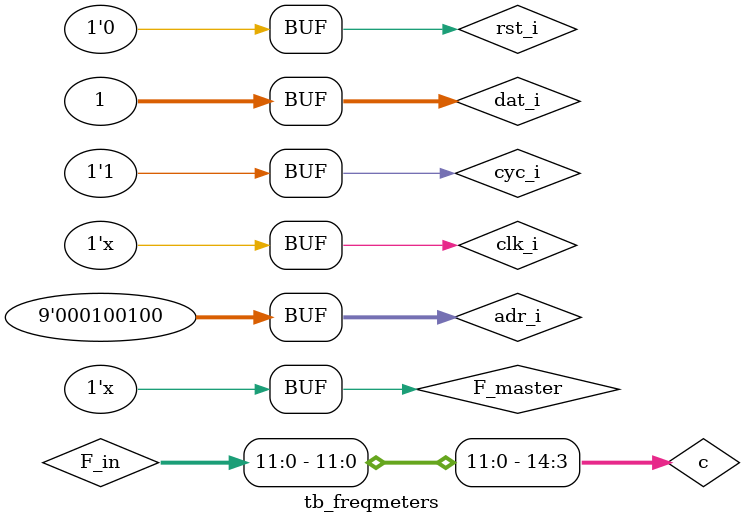
<source format=v>
`timescale 1ns / 1ps


module tb_freqmeters;

	// Inputs
	reg clk_i;
	reg rst_i;
	reg cyc_i;
	reg stb_i;
        reg [8:0] adr_i;
	reg we_i;
	reg [31:0] dat_i;
	reg F_master;

	// Outputs
	wire [31:0] dat_o;
	wire ack_o;
	wire inta_o;
	wire [29:0] devided_clocks;
        wire [23:0] F_in;

        reg [31:0] c;

	// Instantiate the Unit Under Test (UUT)
        freqmeters #(
            .INPUTS_COUNT(24)
        ) uut (
            .clk_i(clk_i),
            .rst_i(rst_i),
            .cyc_i(cyc_i),
            .stb_i(stb_i),
            .adr_i(adr_i),
            .we_i(we_i),
            .dat_i(dat_i),
            .dat_o(dat_o),
            .ack_o(ack_o),
            .inta_o(inta_o),
            .F_master(F_master),
            .F_in(F_in),
            .devided_clocks(devided_clocks)
	);

        assign F_in[11:0] = c[14:3];
        assign F_in[23:12] = ~c[14:3];

	initial begin
            // Initialize Inputs
            clk_i = 0;
            rst_i = 1;
            cyc_i = 0;
            stb_i = 0;
            adr_i = 0;
            we_i = 0;
            dat_i = 0;
            F_master = 0;
            c = 0;

            // Wait 10 ns for global reset to finish
            #10;

            rst_i = 0;

            cyc_i = 1;

            #55 // enable interrapts from all chanels
            adr_i = 4'h11000000;
            dat_i = 24'b111111111111111111111111;
            stb_i = 1;
            we_i = 1;

            #40 // start chanel 0 by writing 2 to counter
            adr_i = 4'h11000000 | (1 << 5);
            dat_i = 4'h00000002;
            stb_i = 1;
            we_i = 1;

            #40 // start chanel 1 by writing 1 to counter
            adr_i = 4'h11000004 | (1 << 5);
            dat_i = 4'h00000001;
            stb_i = 1;
            we_i = 1;

            #200 // start chanel 12 by writing 2 to counter
            adr_i = 4'h11000030 | (1 << 5);
            dat_i = 4'h00000002;
            stb_i = 1;
            we_i = 1;

            #1000 // start chanel 0 by writing 3 to counter
            adr_i = 4'h11000000 | (1 << 5);
            dat_i = 4'h00000003;
            stb_i = 1;
            we_i = 1;

            #40  // start chanel 1 by writing 1 to counter
            adr_i = 4'h11000004 | (1 << 5);
            dat_i = 4'h00000000;
            stb_i = 1;
            we_i = 1;

            #340  // start chanel 1 by writing 1 to counter
            adr_i = 4'h11000004 | (1 << 5);
            dat_i = 4'h00000001;
            stb_i = 1;
            we_i = 1;
	end
	
	always #10 begin
            clk_i <= ~clk_i;
            if (clk_i) begin
                c <= c + 1;
                if (we_i)
                    we_i <= 0;

                if (stb_i)
                    stb_i <= 0;

            end
	end
	
        always #5 begin
            F_master <= ~F_master;
	end
      
endmodule


</source>
